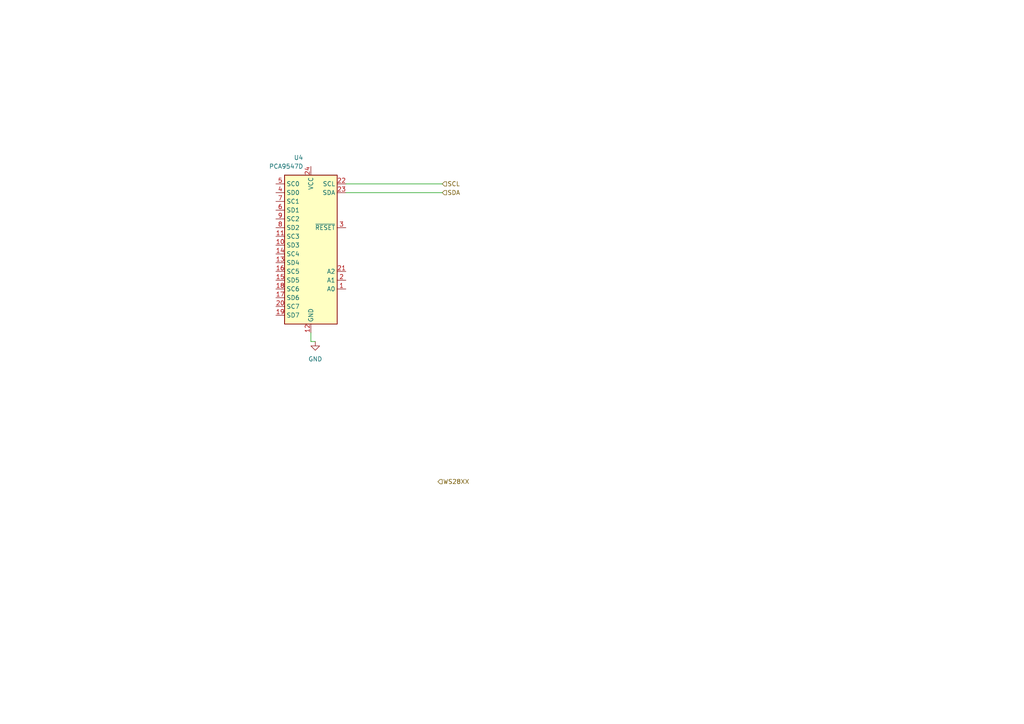
<source format=kicad_sch>
(kicad_sch (version 20231120) (generator "eeschema") (generator_version "8.0")
  (paper "A4")
  (lib_symbols
    (symbol "Interface_Expansion:PCA9547D"
      (property "Reference" "U" (at -7.62 21.59 0))
      (property "Value" "PCA9547D" (at 1.016 21.59 0))
      (symbol "PCA9547D_0_1"
        (rectangle (start -7.62 20.32) (end 7.62 -22.86) (stroke (width 0.254)) (fill (type background)))
      )
      (symbol "PCA9547D_1_1"
        (pin input line (at -10.16 -12.7 0) (length 2.54) (name "A0") (number "1"))
        (pin bidirectional line (at 10.16 0 180) (length 2.54) (name "SD3") (number "10"))
        (pin output line (at 10.16 2.54 180) (length 2.54) (name "SC3") (number "11"))
        (pin power_in line (at 0 -25.4 90) (length 2.54) (name "GND") (number "12"))
        (pin bidirectional line (at 10.16 -5.08 180) (length 2.54) (name "SD4") (number "13"))
        (pin output line (at 10.16 -2.54 180) (length 2.54) (name "SC4") (number "14"))
        (pin bidirectional line (at 10.16 -10.16 180) (length 2.54) (name "SD5") (number "15"))
        (pin output line (at 10.16 -7.62 180) (length 2.54) (name "SC5") (number "16"))
        (pin bidirectional line (at 10.16 -15.24 180) (length 2.54) (name "SD6") (number "17"))
        (pin output line (at 10.16 -12.7 180) (length 2.54) (name "SC6") (number "18"))
        (pin bidirectional line (at 10.16 -20.32 180) (length 2.54) (name "SD7") (number "19"))
        (pin input line (at -10.16 -10.16 0) (length 2.54) (name "A1") (number "2"))
        (pin output line (at 10.16 -17.78 180) (length 2.54) (name "SC7") (number "20"))
        (pin input line (at -10.16 -7.62 0) (length 2.54) (name "A2") (number "21"))
        (pin input line (at -10.16 17.78 0) (length 2.54) (name "SCL") (number "22"))
        (pin bidirectional line (at -10.16 15.24 0) (length 2.54) (name "SDA") (number "23"))
        (pin power_in line (at 0 22.86 270) (length 2.54) (name "VCC") (number "24"))
        (pin input line (at -10.16 5.08 0) (length 2.54) (name "~{RESET}") (number "3"))
        (pin bidirectional line (at 10.16 15.24 180) (length 2.54) (name "SD0") (number "4"))
        (pin output line (at 10.16 17.78 180) (length 2.54) (name "SC0") (number "5"))
        (pin bidirectional line (at 10.16 10.16 180) (length 2.54) (name "SD1") (number "6"))
        (pin output line (at 10.16 12.7 180) (length 2.54) (name "SC1") (number "7"))
        (pin bidirectional line (at 10.16 5.08 180) (length 2.54) (name "SD2") (number "8"))
        (pin output line (at 10.16 7.62 180) (length 2.54) (name "SC2") (number "9"))
      )
    )
    (symbol "power:GND" (power) (pin_numbers hide) (pin_names (offset 0) hide)
      (property "Value" "GND" (at 0 -3.81 0))
      (symbol "GND_0_1"
        (polyline (pts (xy 0 0) (xy 0 -1.27) (xy 1.27 -1.27) (xy 0 -2.54) (xy -1.27 -1.27) (xy 0 -1.27)))
      )
      (symbol "GND_1_1"
        (pin power_in line (at 0 0 270) (length 0) (name "~") (number "1"))
      )
    )
  )
  (wire (pts (xy 90.17 99.06) (xy 91.44 99.06)))
  (wire (pts (xy 100.33 55.88) (xy 128.27 55.88)))
  (wire (pts (xy 100.33 53.34) (xy 128.27 53.34)))
  (wire (pts (xy 90.17 96.52) (xy 90.17 99.06)))
  (hierarchical_label "SCL" (shape input) (at 128.27 53.34 0))
  (hierarchical_label "WS28XX" (shape input) (at 127 139.7 0))
  (hierarchical_label "SDA" (shape input) (at 128.27 55.88 0))
  (symbol (lib_id "Interface_Expansion:PCA9547D") (at 90.17 71.12 0) (mirror y) (unit 1)
    (property "Reference" "U4" (at 87.9759 45.72 0) (effects (justify left)))
    (property "Value" "PCA9547D" (at 87.9759 48.26 0) (effects (justify left)))
    (property "Footprint" "Package_SO:SOIC-24W_7.5x15.4mm_P1.27mm" (effects (hide yes)))
    (property "Datasheet" "https://www.nxp.com/docs/en/data-sheet/PCA9547.pdf" (effects (hide yes)))
    (property "Description" "Low voltage 8-channel I2C switch with reset, SO-24" (effects (hide yes)))
  )
  (symbol (lib_id "power:GND") (at 91.44 99.06 0) (unit 1)
    (property "Reference" "#PWR06" (effects (hide yes)))
    (property "Value" "GND" (at 91.44 104.14 0))
    (property "Description" "Power symbol creates a global label with name \"GND\" , ground" (effects (hide yes)))
  )
)
</source>
